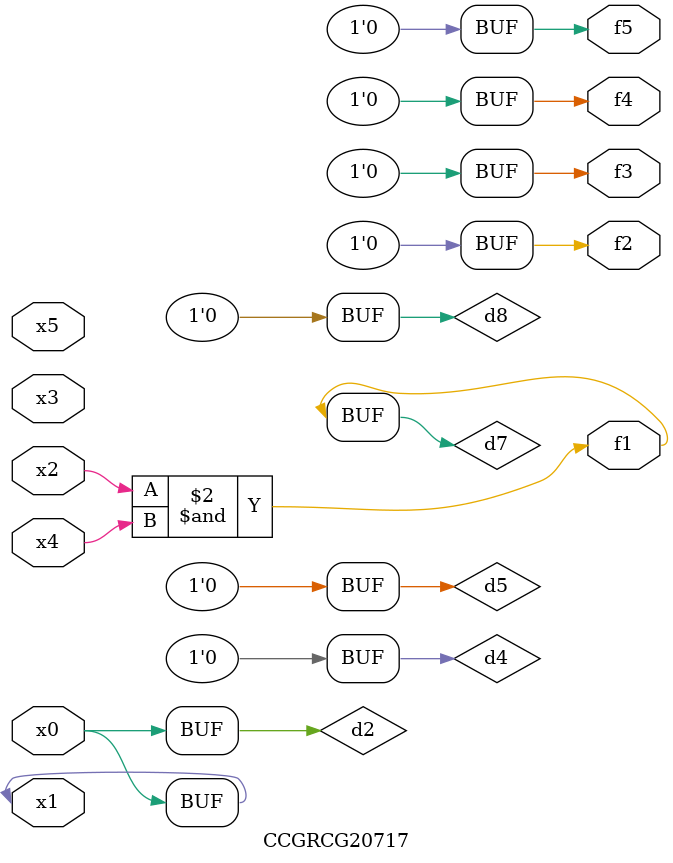
<source format=v>
module CCGRCG20717(
	input x0, x1, x2, x3, x4, x5,
	output f1, f2, f3, f4, f5
);

	wire d1, d2, d3, d4, d5, d6, d7, d8, d9;

	nand (d1, x1);
	buf (d2, x0, x1);
	nand (d3, x2, x4);
	and (d4, d1, d2);
	and (d5, d1, d2);
	nand (d6, d1, d3);
	not (d7, d3);
	xor (d8, d5);
	nor (d9, d5, d6);
	assign f1 = d7;
	assign f2 = d8;
	assign f3 = d8;
	assign f4 = d8;
	assign f5 = d8;
endmodule

</source>
